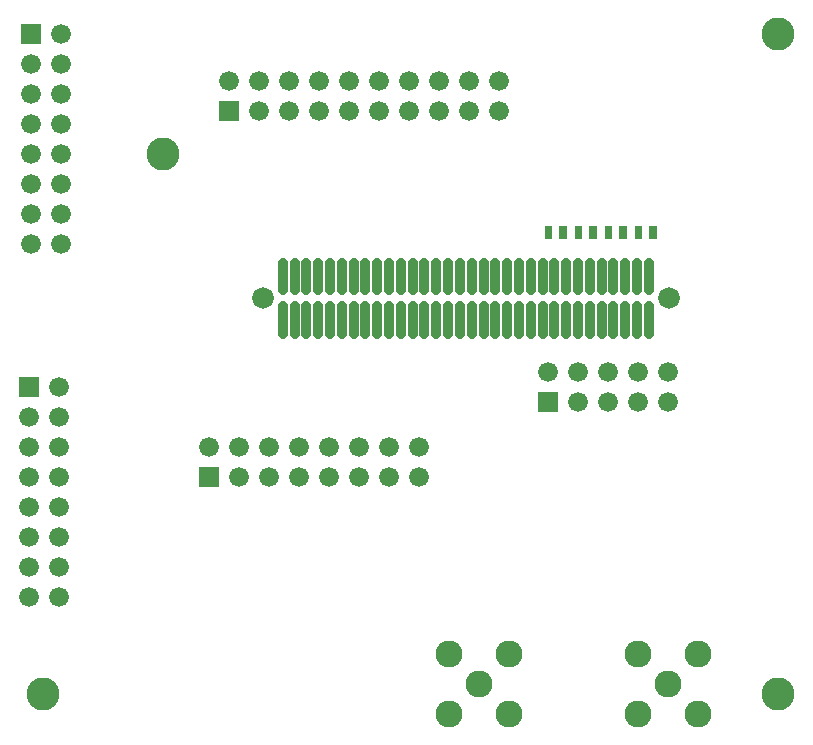
<source format=gbr>
G04 Title: RX Daughterboard, solder mask solder side *
G04 Creator: pcb-bin 1.99q *
G04 CreationDate: Thu Mar  2 20:16:21 2006 UTC *
G04 For: matt *
G04 Format: Gerber/RS-274X *
G04 PCB-Dimensions: 275000 250000 *
G04 PCB-Coordinate-Origin: lower left *
%MOIN*%
%FSLAX24Y24*%
%IPPOS*%
%ADD11C,0.0080*%
%ADD12C,0.0280*%
%ADD13C,0.0100*%
%ADD14C,0.0300*%
%ADD15R,0.0240X0.0240*%
%ADD16R,0.0440X0.0440*%
%ADD17R,0.0300X0.0300*%
%ADD18C,0.0060*%
%ADD19R,0.0200X0.0200*%
%ADD20R,0.0540X0.0540*%
%ADD21C,0.0200*%
%ADD22C,0.0500*%
%ADD23R,0.0500X0.0500*%
%ADD24R,0.0600X0.0600*%
%ADD25R,0.0660X0.0660*%
%ADD26R,0.0900X0.0900X0.0600X0.0600*%
%ADD27R,0.0900X0.0900*%
%ADD28C,0.0600*%
%ADD29C,0.0660*%
%AMTHERM1*7,0,0,0.0900,0.0600,0.0100,45*%
%ADD30THERM1*%
%ADD31C,0.0900X0.0600*%
%ADD32C,0.0900*%
%ADD33C,0.1200X0.0900*%
%ADD34C,0.1200*%
%ADD35C,0.0150*%
%AMTHERM2*7,0,0,0.1200,0.0900,0.0150,45*%
%ADD36THERM2*%
%ADD37C,0.0720*%
%ADD38C,0.0920X0.0720*%
%ADD39C,0.0920*%
%ADD40C,0.0240*%
%ADD41C,0.0340*%
%ADD42C,0.1320*%
%ADD43C,0.1100*%
%ADD44C,0.1520*%
%ADD45C,0.1520X0.1320*%
%ADD46C,0.0400*%
%ADD47C,0.0600X0.0400*%
%AMTHERM3*7,0,0,0.0600,0.0400,0.0100,45*%
%ADD48THERM3*%
%ADD49C,0.0360*%
%ADD50C,0.0560*%
%ADD51C,0.0560X0.0360*%
%AMTHERM4*7,0,0,0.0560,0.0360,0.0080,45*%
%ADD52THERM4*%
%LNGROUP_3*%
%LPD*%
G01X0Y0D02*
G54D15*X19360Y16990D02*Y16810D01*
X19840Y16990D02*Y16810D01*
X18840Y16990D02*Y16810D01*
X18360Y16990D02*Y16810D01*
X20840Y16990D02*Y16810D01*
X20360Y16990D02*Y16810D01*
X21360Y16990D02*Y16810D01*
X21840Y16990D02*Y16810D01*
G54D41*X9499Y14428D02*Y13518D01*
X21704Y15881D02*Y14971D01*
X10286Y14428D02*Y13518D01*
X9893Y14428D02*Y13518D01*
X10680Y14428D02*Y13518D01*
X9499Y15881D02*Y14971D01*
X11074Y14428D02*Y13518D01*
X10286Y15881D02*Y14971D01*
X11467Y14428D02*Y13518D01*
X10680Y15881D02*Y14971D01*
X11861Y14428D02*Y13518D01*
X11074Y15881D02*Y14971D01*
X12255Y14428D02*Y13518D01*
X11467Y15881D02*Y14971D01*
X12648Y14428D02*Y13518D01*
X11861Y15881D02*Y14971D01*
X13042Y14428D02*Y13518D01*
X12255Y15881D02*Y14971D01*
X13436Y14428D02*Y13518D01*
X12648Y15881D02*Y14971D01*
X13042Y15881D02*Y14971D01*
X13436Y15881D02*Y14971D01*
X13830Y15881D02*Y14971D01*
X14223Y15881D02*Y14971D01*
X14617Y15881D02*Y14971D01*
X15011Y15881D02*Y14971D01*
X15404Y15881D02*Y14971D01*
X15798Y15881D02*Y14971D01*
X16192Y15881D02*Y14971D01*
X16585Y15881D02*Y14971D01*
X16979Y15881D02*Y14971D01*
X17373Y15881D02*Y14971D01*
X17767Y15881D02*Y14971D01*
X18160Y15881D02*Y14971D01*
X18554Y15881D02*Y14971D01*
X19341Y15881D02*Y14971D01*
X18948Y15881D02*Y14971D01*
X19735Y15881D02*Y14971D01*
X20129Y15881D02*Y14971D01*
X20522Y15881D02*Y14971D01*
X20916Y15881D02*Y14971D01*
X9893Y15881D02*Y14971D01*
X13830Y14428D02*Y13518D01*
X14223Y14428D02*Y13518D01*
X14617Y14428D02*Y13518D01*
X15011Y14428D02*Y13518D01*
X15404Y14428D02*Y13518D01*
X15798Y14428D02*Y13518D01*
X16192Y14428D02*Y13518D01*
X16585Y14428D02*Y13518D01*
X16979Y14428D02*Y13518D01*
X17373Y14428D02*Y13518D01*
X17767Y14428D02*Y13518D01*
X18160Y14428D02*Y13518D01*
X18554Y14428D02*Y13518D01*
X18948Y14428D02*Y13518D01*
X19341Y14428D02*Y13518D01*
X19735Y14428D02*Y13518D01*
X20129Y14428D02*Y13518D01*
X20522Y14428D02*Y13518D01*
X20916Y14428D02*Y13518D01*
X21310Y14428D02*Y13518D01*
X21704Y14428D02*Y13518D01*
X21310Y15881D02*Y14971D01*
G54D25*X1100Y23500D03*
G54D29*X2100D03*
X1100Y22500D03*
X2100D03*
X1100Y21500D03*
X2100D03*
X1100Y20500D03*
X2100D03*
X1100Y19500D03*
X2100D03*
X1100Y18500D03*
X2100D03*
X1100Y17500D03*
X2100D03*
X1100Y16500D03*
X2100D03*
G54D25*X1050Y11750D03*
G54D29*X2050D03*
X1050Y10750D03*
X2050D03*
X1050Y9750D03*
X2050D03*
X1050Y8750D03*
X2050D03*
X1050Y7750D03*
X2050D03*
X1050Y6750D03*
X2050D03*
X1050Y5750D03*
X2050D03*
X1050Y4750D03*
X2050D03*
G54D25*X7050Y8750D03*
G54D29*Y9750D03*
X8050Y8750D03*
Y9750D03*
X9050Y8750D03*
Y9750D03*
X10050Y8750D03*
Y9750D03*
X11050Y8750D03*
Y9750D03*
X12050Y8750D03*
Y9750D03*
X13050Y8750D03*
Y9750D03*
X14050Y8750D03*
Y9750D03*
G54D32*X22350Y1850D03*
X21350Y2850D03*
X23350D03*
X21350Y850D03*
X23350D03*
X16050Y1850D03*
X15050Y2850D03*
X17050D03*
X15050Y850D03*
X17050D03*
G54D25*X18350Y11250D03*
G54D29*Y12250D03*
X19350Y11250D03*
Y12250D03*
X20350Y11250D03*
Y12250D03*
X21350Y11250D03*
Y12250D03*
X22350Y11250D03*
Y12250D03*
G54D25*X7700Y20950D03*
G54D29*Y21950D03*
X8700Y20950D03*
Y21950D03*
X9700Y20950D03*
Y21950D03*
X10700Y20950D03*
Y21950D03*
X11700Y20950D03*
Y21950D03*
X12700Y20950D03*
Y21950D03*
X13700Y20950D03*
Y21950D03*
X14700Y20950D03*
Y21950D03*
X15700Y20950D03*
Y21950D03*
X16700Y20950D03*
Y21950D03*
G54D37*X8830Y14700D03*
X22373D03*
G54D43*X1500Y1500D03*
X26000Y23500D03*
Y1500D03*
X5500Y19500D03*
M02*

</source>
